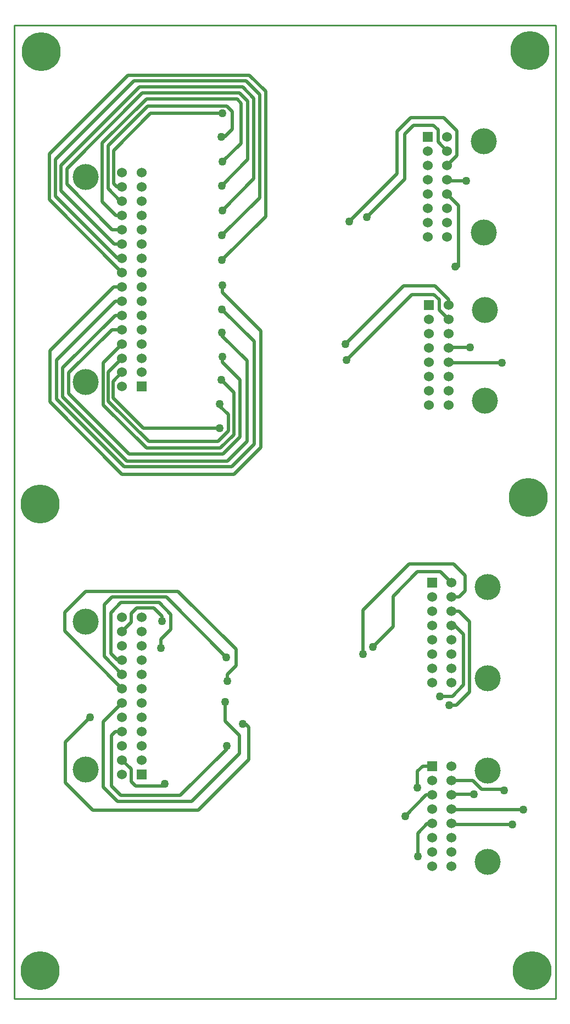
<source format=gbl>
G04 Layer_Physical_Order=2*
G04 Layer_Color=16711680*
%FSLAX25Y25*%
%MOIN*%
G70*
G01*
G75*
%ADD11C,0.01968*%
%ADD12C,0.01000*%
%ADD13C,0.15748*%
%ADD14C,0.06000*%
%ADD15R,0.06000X0.06000*%
%ADD16C,0.23622*%
%ADD17C,0.05000*%
D11*
X258924Y688976D02*
X262205D01*
X323200Y704200D02*
X334300Y715300D01*
Y739700D01*
X331900Y742100D02*
X334300Y739700D01*
X322600Y689700D02*
X338300Y705400D01*
Y741000D01*
X333500Y745800D02*
X338300Y741000D01*
X256900Y691000D02*
X258924Y688976D01*
X329100Y723900D02*
Y734600D01*
X258453Y671654D02*
X262205D01*
X261185Y680315D02*
X262205D01*
X274400Y745800D02*
X333500D01*
X323000Y674700D02*
X342100Y693800D01*
Y742600D01*
X335300Y749400D02*
X342100Y742600D01*
X272600Y749400D02*
X335300D01*
X257369Y654331D02*
X262205D01*
X322800Y659400D02*
X345600Y682200D01*
Y745000D01*
X337500Y753100D02*
X345600Y745000D01*
X259331Y645669D02*
X262205D01*
X322800Y644400D02*
X349300Y670900D01*
Y746800D01*
X339400Y756700D02*
X349300Y746800D01*
X322900Y582600D02*
Y586000D01*
X229800Y563400D02*
Y576100D01*
X256062Y602362D01*
X262205D01*
X322600Y598700D02*
Y600400D01*
X257924Y611024D02*
X262205D01*
X226200Y561500D02*
Y579300D01*
X257924Y611024D01*
X222400Y560100D02*
Y584000D01*
X258085Y619685D01*
X262205D01*
X275200Y542500D02*
X321500D01*
X323000Y624900D02*
Y629100D01*
X218400Y558400D02*
Y589600D01*
X257147Y628346D01*
X262205D01*
X286400Y425500D02*
Y428600D01*
X281300Y433700D02*
X286400Y428600D01*
X271200Y433700D02*
X281300D01*
X267800Y430300D02*
X271200Y433700D01*
X267800Y424887D02*
Y430300D01*
X262205Y419291D02*
X267800Y424887D01*
X285800Y409200D02*
Y414500D01*
X291800Y420500D01*
Y429700D01*
X284700Y436800D02*
X291800Y429700D01*
X261400Y436800D02*
X284700D01*
X259331Y401968D02*
X262205D01*
X288900Y440200D02*
X325500Y403600D01*
X325900Y389300D02*
Y393100D01*
X331400Y398600D01*
Y408400D01*
X296100Y443700D02*
X331400Y408400D01*
X287900Y326900D02*
X288000D01*
X286600Y325600D02*
X287900Y326900D01*
X270300Y325600D02*
X286600D01*
X267700Y328200D02*
X270300Y325600D01*
X267700Y328200D02*
Y335843D01*
X262205Y341339D02*
X267700Y335843D01*
X261300Y319900D02*
X297500D01*
X255600Y325600D02*
X261300Y319900D01*
X255600Y325600D02*
Y356100D01*
X258161Y358661D01*
X262205D01*
X410885Y670400D02*
X433885Y693400D01*
Y721000D01*
X439185Y726300D01*
X451085D01*
X453985Y723400D01*
Y716047D02*
Y723400D01*
Y716047D02*
X459538Y710495D01*
X399985Y667900D02*
X429085Y697000D01*
Y722700D01*
X437285Y730900D01*
X457485D01*
X465485Y722900D01*
Y707780D02*
Y722900D01*
X459538Y701833D02*
X465485Y707780D01*
X460110Y692600D02*
X471085D01*
X459538Y693172D02*
X460110Y692600D01*
X459538Y684510D02*
X466385Y677663D01*
X464485Y640700D02*
X466385D01*
Y677663D01*
X460338Y617056D02*
Y620547D01*
X454585Y614147D02*
X460338Y608394D01*
X398285Y584000D02*
X437985Y623700D01*
X460966Y591700D02*
X473385D01*
X460338Y591072D02*
X460966Y591700D01*
X460448Y582300D02*
X492885D01*
X460338Y582410D02*
X460448Y582300D01*
X463385Y460100D02*
X470285Y453200D01*
Y443800D02*
Y453200D01*
X466679Y440195D02*
X470285Y443800D01*
X462038Y440195D02*
X466679D01*
X414385Y410000D02*
X426685Y422300D01*
Y440600D01*
X441485Y455400D01*
X455494D01*
X462038Y448856D01*
X408385Y405700D02*
Y432100D01*
X436385Y460100D01*
X463385D01*
X462038Y422872D02*
X464213D01*
X454985Y380000D02*
X462685D01*
X462205Y320400D02*
X475885D01*
X462038Y320233D02*
X462205Y320400D01*
X493085Y323700D02*
X493985Y322800D01*
X480385Y323700D02*
X493085D01*
X475190Y328894D02*
X480385Y323700D01*
X462038Y328894D02*
X475190D01*
X324700Y364900D02*
Y376600D01*
Y364900D02*
X333300Y356300D01*
Y345200D02*
Y356300D01*
X304400Y316300D02*
X333300Y345200D01*
X259400Y316300D02*
X304400D01*
X462748Y302200D02*
X499185D01*
X462038Y302910D02*
X462748Y302200D01*
X462409Y311200D02*
X505785D01*
X462038Y311572D02*
X462409Y311200D01*
X441500Y324600D02*
Y334500D01*
X444556Y337556D01*
X450227D01*
X433900Y307300D02*
X446833Y320233D01*
X450227D01*
X441600Y283000D02*
Y297000D01*
X447510Y302910D01*
X450227D01*
X250800Y556500D02*
Y582296D01*
X262205Y593701D01*
X256768Y560931D02*
X275200Y542500D01*
X256768Y560931D02*
Y570942D01*
X262205Y576378D01*
X253800Y559000D02*
Y576635D01*
X262205Y585039D01*
X218400Y558400D02*
X262200Y514600D01*
X330100D01*
X323000Y624900D02*
X346500Y601400D01*
X330100Y514600D02*
X346500Y531000D01*
Y601400D01*
X322800Y614600D02*
X342300Y595100D01*
Y532800D02*
Y595100D01*
X337900Y534500D02*
Y583400D01*
X322600Y598700D02*
X337900Y583400D01*
X322900Y582600D02*
X333700Y571800D01*
Y537200D02*
Y571800D01*
X328600Y519100D02*
X342300Y532800D01*
X222400Y560100D02*
X263400Y519100D01*
X328600D01*
X226200Y561500D02*
X265000Y522700D01*
X326100D01*
X337900Y534500D01*
X229800Y563400D02*
X266300Y526900D01*
X323400D01*
X333700Y537200D01*
X250800Y556500D02*
X276900Y530400D01*
X321600D01*
X329900Y538700D01*
Y564300D01*
X322400Y571800D02*
X329900Y564300D01*
X253800Y559000D02*
X278300Y534500D01*
X320400D01*
X326700Y540800D01*
X265700Y756700D02*
X339400D01*
X269400Y753100D02*
X337500D01*
X217900Y681313D02*
X262205Y637008D01*
X217900Y681313D02*
Y708900D01*
X265700Y756700D01*
X221800Y683200D02*
X259331Y645669D01*
X221800Y683200D02*
Y705500D01*
X269400Y753100D01*
X228600Y700000D02*
X274400Y745800D01*
X228600Y690400D02*
Y700000D01*
Y690400D02*
X256008Y662992D01*
X262205D01*
X225100Y686600D02*
X257369Y654331D01*
X225100Y686600D02*
Y701900D01*
X272600Y749400D01*
X250200Y679907D02*
X258453Y671654D01*
X253700Y687800D02*
X261185Y680315D01*
X250200Y679907D02*
Y715400D01*
X276900Y742100D01*
X331900D01*
X253700Y687800D02*
Y714000D01*
X325816Y737884D02*
X329100Y734600D01*
X277584Y737884D02*
X325816D01*
X253700Y714000D02*
X277584Y737884D01*
X279300Y733400D02*
X322900D01*
X256900Y691000D02*
Y711000D01*
X279300Y733400D01*
X397685Y593500D02*
X432985Y628800D01*
X452085D01*
X460338Y620547D01*
X437985Y623700D02*
X451300D01*
X454585Y620415D01*
Y614147D02*
Y620415D01*
X227700Y352300D02*
X242700Y367300D01*
X227700Y327700D02*
Y352300D01*
Y327700D02*
X244500Y310900D01*
X308500D01*
X339100Y341500D01*
Y361200D01*
X337200Y363100D02*
X339100Y361200D01*
X462038Y431533D02*
X466767D01*
X460885Y374400D02*
X465100D01*
X473100Y382400D01*
Y425200D01*
X466767Y431533D02*
X473100Y425200D01*
X462685Y380000D02*
X469500Y386815D01*
Y417585D01*
X464213Y422872D02*
X469500Y417585D01*
X240100Y443700D02*
X296100D01*
X227400Y419450D02*
X262205Y384646D01*
X227400Y419450D02*
Y431000D01*
X240100Y443700D01*
X251400Y404112D02*
X262205Y393307D01*
X251400Y404112D02*
Y435400D01*
X256200Y440200D01*
X288900D01*
X255300Y406000D02*
X259331Y401968D01*
X255300Y406000D02*
Y430700D01*
X261400Y436800D01*
X250700Y325000D02*
X259400Y316300D01*
X250700Y325000D02*
Y364479D01*
X262205Y375984D01*
X321500Y556000D02*
Y557300D01*
Y556000D02*
X326700Y550800D01*
Y540800D02*
Y550800D01*
X322500Y719200D02*
X324400D01*
X329100Y723900D01*
X297500Y319900D02*
X325600Y348000D01*
Y349900D01*
D12*
X335500Y363100D02*
X337200D01*
X525400Y787000D02*
X525500Y786900D01*
X196800Y787000D02*
X525400D01*
X525500Y196600D02*
Y786900D01*
X196800Y196500D02*
X525400D01*
X525500Y196600D01*
X196800Y196500D02*
Y787000D01*
D13*
X240158Y694882D02*
D03*
Y570472D02*
D03*
Y425197D02*
D03*
Y335433D02*
D03*
X484085Y446100D02*
D03*
Y390982D02*
D03*
Y334800D02*
D03*
Y279682D02*
D03*
X482385Y614300D02*
D03*
Y559182D02*
D03*
X481585Y716400D02*
D03*
Y661282D02*
D03*
D14*
X262205Y567717D02*
D03*
Y576378D02*
D03*
Y585039D02*
D03*
Y593701D02*
D03*
Y602362D02*
D03*
Y611024D02*
D03*
Y619685D02*
D03*
Y628346D02*
D03*
Y637008D02*
D03*
Y645669D02*
D03*
Y654331D02*
D03*
Y662992D02*
D03*
Y671654D02*
D03*
Y680315D02*
D03*
Y688976D02*
D03*
Y697638D02*
D03*
X274016D02*
D03*
Y688976D02*
D03*
Y680315D02*
D03*
Y671654D02*
D03*
Y662992D02*
D03*
Y654331D02*
D03*
Y645669D02*
D03*
Y637008D02*
D03*
Y628346D02*
D03*
Y619685D02*
D03*
Y611024D02*
D03*
Y602362D02*
D03*
Y593701D02*
D03*
Y585039D02*
D03*
Y576378D02*
D03*
Y341339D02*
D03*
Y350000D02*
D03*
Y358661D02*
D03*
Y367323D02*
D03*
Y375984D02*
D03*
Y384646D02*
D03*
Y393307D02*
D03*
Y401968D02*
D03*
Y410630D02*
D03*
Y419291D02*
D03*
Y427953D02*
D03*
X262205D02*
D03*
Y419291D02*
D03*
Y410630D02*
D03*
Y401968D02*
D03*
Y393307D02*
D03*
Y384646D02*
D03*
Y375984D02*
D03*
Y367323D02*
D03*
Y358661D02*
D03*
Y350000D02*
D03*
Y341339D02*
D03*
Y332677D02*
D03*
X450227Y440195D02*
D03*
Y431533D02*
D03*
Y422872D02*
D03*
Y414210D02*
D03*
Y405549D02*
D03*
Y396887D02*
D03*
Y388226D02*
D03*
X462038D02*
D03*
Y396887D02*
D03*
Y405549D02*
D03*
Y414210D02*
D03*
Y422872D02*
D03*
Y431533D02*
D03*
Y440195D02*
D03*
Y448856D02*
D03*
X450227Y328894D02*
D03*
Y320233D02*
D03*
Y311572D02*
D03*
Y302910D02*
D03*
Y294249D02*
D03*
Y285587D02*
D03*
Y276926D02*
D03*
X462038D02*
D03*
Y285587D02*
D03*
Y294249D02*
D03*
Y302910D02*
D03*
Y311572D02*
D03*
Y320233D02*
D03*
Y328894D02*
D03*
Y337556D02*
D03*
X448527Y608394D02*
D03*
Y599733D02*
D03*
Y591072D02*
D03*
Y582410D02*
D03*
Y573749D02*
D03*
Y565087D02*
D03*
Y556426D02*
D03*
X460338D02*
D03*
Y565087D02*
D03*
Y573749D02*
D03*
Y582410D02*
D03*
Y591072D02*
D03*
Y599733D02*
D03*
Y608394D02*
D03*
Y617056D02*
D03*
X447727Y710495D02*
D03*
Y701833D02*
D03*
Y693172D02*
D03*
Y684510D02*
D03*
Y675849D02*
D03*
Y667187D02*
D03*
Y658526D02*
D03*
X459538D02*
D03*
Y667187D02*
D03*
Y675849D02*
D03*
Y684510D02*
D03*
Y693172D02*
D03*
Y701833D02*
D03*
Y710495D02*
D03*
Y719156D02*
D03*
D15*
X274016Y567717D02*
D03*
Y332677D02*
D03*
X450227Y448856D02*
D03*
Y337556D02*
D03*
X448527Y617056D02*
D03*
X447727Y719156D02*
D03*
D16*
X213200Y770900D02*
D03*
X509800Y771600D02*
D03*
X508800Y500400D02*
D03*
X212400Y496400D02*
D03*
X511100Y213500D02*
D03*
X212400D02*
D03*
D17*
X322900Y733400D02*
D03*
X323200Y704200D02*
D03*
X322600Y689700D02*
D03*
X323000Y674700D02*
D03*
X322800Y659400D02*
D03*
Y644400D02*
D03*
X321500Y542500D02*
D03*
X322400Y571800D02*
D03*
X322900Y586000D02*
D03*
X322600Y600400D02*
D03*
X322800Y614600D02*
D03*
X323000Y629100D02*
D03*
X286400Y425500D02*
D03*
X285800Y409200D02*
D03*
X325500Y403600D02*
D03*
X325900Y389300D02*
D03*
X324700Y376600D02*
D03*
X288000Y326900D02*
D03*
X410885Y670400D02*
D03*
X399985Y667900D02*
D03*
X471085Y692600D02*
D03*
X464485Y640700D02*
D03*
X397685Y593500D02*
D03*
X398285Y584000D02*
D03*
X473385Y591700D02*
D03*
X492885Y582300D02*
D03*
X414385Y410000D02*
D03*
X408385Y405700D02*
D03*
X454985Y380000D02*
D03*
X460885Y374400D02*
D03*
X475885Y320400D02*
D03*
X493985Y322800D02*
D03*
X499185Y302200D02*
D03*
X505785Y311200D02*
D03*
X441500Y324600D02*
D03*
X433900Y307300D02*
D03*
X441600Y283000D02*
D03*
X242700Y367300D02*
D03*
X335500Y363100D02*
D03*
X321500Y557300D02*
D03*
X322500Y719200D02*
D03*
X325600Y349900D02*
D03*
M02*

</source>
